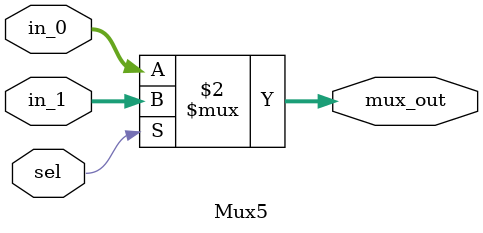
<source format=sv>
`timescale 1ns/1ns

module Mux5(input[4:0] in_0, in_1, input sel, output logic[4:0] mux_out);
	
	assign mux_out= (!sel)? in_0:
		     		in_1;
endmodule

</source>
